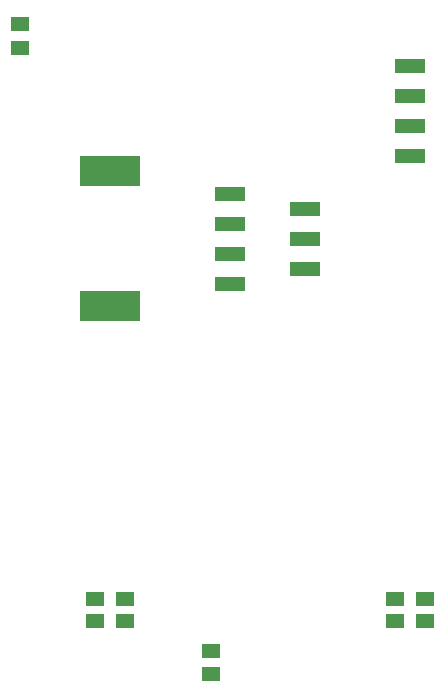
<source format=gbr>
G04 EAGLE Gerber RS-274X export*
G75*
%MOMM*%
%FSLAX34Y34*%
%LPD*%
%INSolderpaste Top*%
%IPPOS*%
%AMOC8*
5,1,8,0,0,1.08239X$1,22.5*%
G01*
%ADD10R,1.500000X1.300000*%
%ADD11R,1.600000X1.300000*%
%ADD12R,5.080000X2.540000*%
%ADD13R,2.540000X1.270000*%


D10*
X269875Y69825D03*
X269875Y50825D03*
X171450Y114275D03*
X171450Y95275D03*
X425450Y114275D03*
X425450Y95275D03*
X196850Y95275D03*
X196850Y114275D03*
X450850Y95275D03*
X450850Y114275D03*
D11*
X107950Y600550D03*
X107950Y580550D03*
D12*
X184150Y361950D03*
X184150Y476250D03*
D13*
X285750Y381000D03*
X285750Y406400D03*
X285750Y431800D03*
X285750Y457200D03*
X349250Y393700D03*
X349250Y419100D03*
X349250Y444500D03*
X438150Y488950D03*
X438150Y514350D03*
X438150Y539750D03*
X438150Y565150D03*
M02*

</source>
